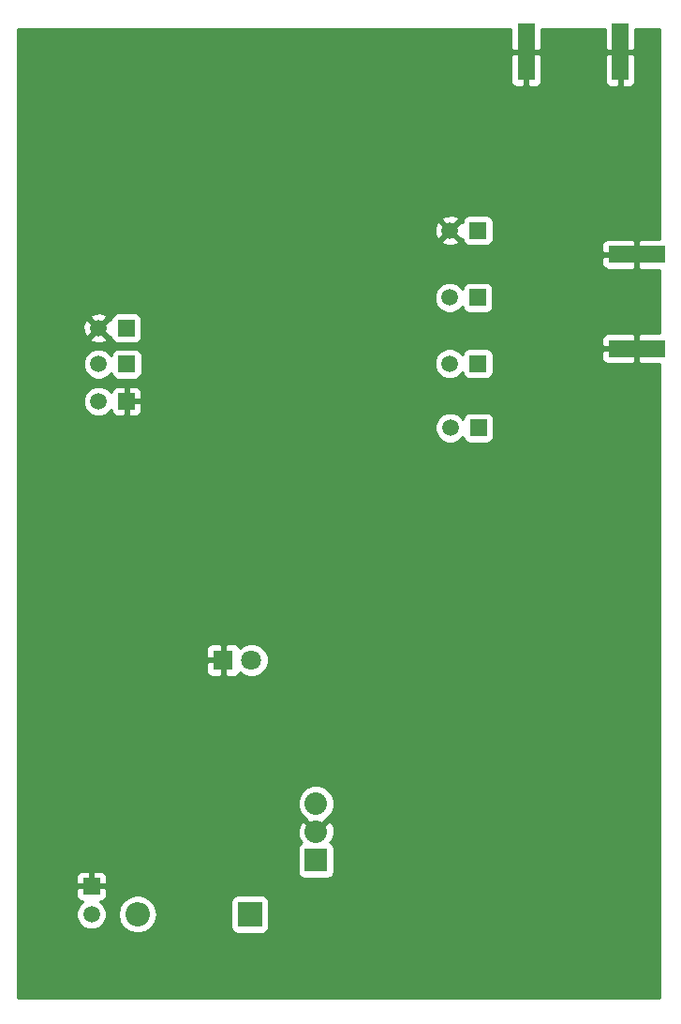
<source format=gbl>
G04 #@! TF.GenerationSoftware,KiCad,Pcbnew,(6.0.0-rc1-dev-305-gf0b8b21)*
G04 #@! TF.CreationDate,2018-11-29T17:33:20-08:00*
G04 #@! TF.ProjectId,EE173_Lab4,45453137335F4C6162342E6B69636164,rev?*
G04 #@! TF.SameCoordinates,Original*
G04 #@! TF.FileFunction,Copper,L2,Bot,Signal*
G04 #@! TF.FilePolarity,Positive*
%FSLAX46Y46*%
G04 Gerber Fmt 4.6, Leading zero omitted, Abs format (unit mm)*
G04 Created by KiCad (PCBNEW (6.0.0-rc1-dev-305-gf0b8b21)) date Thursday, November 29, 2018 at 05:33:20 PM*
%MOMM*%
%LPD*%
G01*
G04 APERTURE LIST*
G04 #@! TA.AperFunction,SMDPad,CuDef*
%ADD10R,1.500000X5.080000*%
G04 #@! TD*
G04 #@! TA.AperFunction,ComponentPad*
%ADD11O,2.200000X2.200000*%
G04 #@! TD*
G04 #@! TA.AperFunction,ComponentPad*
%ADD12R,2.200000X2.200000*%
G04 #@! TD*
G04 #@! TA.AperFunction,ComponentPad*
%ADD13C,1.800000*%
G04 #@! TD*
G04 #@! TA.AperFunction,ComponentPad*
%ADD14R,1.800000X1.800000*%
G04 #@! TD*
G04 #@! TA.AperFunction,ComponentPad*
%ADD15R,2.032000X2.032000*%
G04 #@! TD*
G04 #@! TA.AperFunction,ComponentPad*
%ADD16C,2.032000*%
G04 #@! TD*
G04 #@! TA.AperFunction,ComponentPad*
%ADD17C,1.500000*%
G04 #@! TD*
G04 #@! TA.AperFunction,ComponentPad*
%ADD18R,1.500000X1.500000*%
G04 #@! TD*
G04 #@! TA.AperFunction,SMDPad,CuDef*
%ADD19R,5.080000X1.500000*%
G04 #@! TD*
G04 #@! TA.AperFunction,ViaPad*
%ADD20C,0.889000*%
G04 #@! TD*
G04 #@! TA.AperFunction,Conductor*
%ADD21C,0.254000*%
G04 #@! TD*
G04 APERTURE END LIST*
D10*
G04 #@! TO.P,J4,2*
G04 #@! TO.N,GND*
X252068307Y-35330910D03*
X260568307Y-35330910D03*
G04 #@! TD*
D11*
G04 #@! TO.P,D1,2*
G04 #@! TO.N,Net-(D1-Pad2)*
X216933397Y-113187217D03*
D12*
G04 #@! TO.P,D1,1*
G04 #@! TO.N,Net-(C2-Pad2)*
X227093397Y-113187217D03*
G04 #@! TD*
D13*
G04 #@! TO.P,D2,2*
G04 #@! TO.N,Net-(D2-Pad2)*
X227245391Y-90241213D03*
D14*
G04 #@! TO.P,D2,1*
G04 #@! TO.N,GND*
X224705391Y-90241213D03*
G04 #@! TD*
D15*
G04 #@! TO.P,U2,1*
G04 #@! TO.N,Net-(C2-Pad2)*
X233087391Y-108295213D03*
D16*
G04 #@! TO.P,U2,2*
G04 #@! TO.N,GND*
X233087391Y-105745213D03*
G04 #@! TO.P,U2,3*
G04 #@! TO.N,+6V*
X233087391Y-103195213D03*
G04 #@! TD*
D17*
G04 #@! TO.P,JP3,1*
G04 #@! TO.N,GND*
X245178307Y-51450910D03*
D18*
G04 #@! TO.P,JP3,2*
G04 #@! TO.N,Net-(J3-Pad1)*
X247718307Y-51450910D03*
G04 #@! TD*
D17*
G04 #@! TO.P,JP6,1*
G04 #@! TO.N,Net-(JP4-Pad1)*
X245158307Y-57510910D03*
D18*
G04 #@! TO.P,JP6,2*
G04 #@! TO.N,Net-(J3-Pad1)*
X247698307Y-57510910D03*
G04 #@! TD*
D17*
G04 #@! TO.P,JP4,1*
G04 #@! TO.N,Net-(JP4-Pad1)*
X245168307Y-63470910D03*
D18*
G04 #@! TO.P,JP4,2*
G04 #@! TO.N,Net-(JP4-Pad2)*
X247708307Y-63470910D03*
G04 #@! TD*
D17*
G04 #@! TO.P,JP5,1*
G04 #@! TO.N,Net-(JP4-Pad1)*
X245218307Y-69270910D03*
D18*
G04 #@! TO.P,JP5,2*
G04 #@! TO.N,Net-(JP5-Pad2)*
X247758307Y-69270910D03*
G04 #@! TD*
G04 #@! TO.P,J2,2*
G04 #@! TO.N,GND*
X212778307Y-110650910D03*
D17*
G04 #@! TO.P,J2,1*
G04 #@! TO.N,Net-(D1-Pad2)*
X212778307Y-113190910D03*
G04 #@! TD*
D18*
G04 #@! TO.P,J1,2*
G04 #@! TO.N,GND*
X215958307Y-66880910D03*
D17*
G04 #@! TO.P,J1,1*
G04 #@! TO.N,Net-(J1-Pad1)*
X213418307Y-66880910D03*
G04 #@! TD*
D18*
G04 #@! TO.P,JP1,2*
G04 #@! TO.N,Net-(C1-Pad2)*
X215958307Y-63510910D03*
D17*
G04 #@! TO.P,JP1,1*
G04 #@! TO.N,Net-(J1-Pad1)*
X213418307Y-63510910D03*
G04 #@! TD*
D18*
G04 #@! TO.P,JP2,2*
G04 #@! TO.N,Net-(C1-Pad2)*
X215948307Y-60270910D03*
D17*
G04 #@! TO.P,JP2,1*
G04 #@! TO.N,GND*
X213408307Y-60270910D03*
G04 #@! TD*
D19*
G04 #@! TO.P,J3,2*
G04 #@! TO.N,GND*
X262078307Y-62110910D03*
X262078307Y-53610910D03*
G04 #@! TD*
D20*
G04 #@! TO.N,GND*
X219968307Y-104080910D03*
X223778307Y-74930910D03*
X236078307Y-46820910D03*
X218948307Y-52850910D03*
X243148307Y-77310910D03*
X261578307Y-43000910D03*
G04 #@! TD*
D21*
G04 #@! TO.N,GND*
G36*
X250683307Y-35045160D02*
X250842057Y-35203910D01*
X251941307Y-35203910D01*
X251941307Y-35183910D01*
X252195307Y-35183910D01*
X252195307Y-35203910D01*
X253294557Y-35203910D01*
X253453307Y-35045160D01*
X253453307Y-33290910D01*
X259183307Y-33290910D01*
X259183307Y-35045160D01*
X259342057Y-35203910D01*
X260441307Y-35203910D01*
X260441307Y-35183910D01*
X260695307Y-35183910D01*
X260695307Y-35203910D01*
X261794557Y-35203910D01*
X261953307Y-35045160D01*
X261953307Y-33290910D01*
X264128308Y-33290910D01*
X264128308Y-52225910D01*
X262364057Y-52225910D01*
X262205307Y-52384660D01*
X262205307Y-53483910D01*
X262225307Y-53483910D01*
X262225307Y-53737910D01*
X262205307Y-53737910D01*
X262205307Y-54837160D01*
X262364057Y-54995910D01*
X264128308Y-54995910D01*
X264128308Y-60725910D01*
X262364057Y-60725910D01*
X262205307Y-60884660D01*
X262205307Y-61983910D01*
X262225307Y-61983910D01*
X262225307Y-62237910D01*
X262205307Y-62237910D01*
X262205307Y-63337160D01*
X262364057Y-63495910D01*
X264128308Y-63495910D01*
X264128307Y-120770910D01*
X206112307Y-120770910D01*
X206112307Y-110936660D01*
X211393307Y-110936660D01*
X211393307Y-111527219D01*
X211489980Y-111760608D01*
X211668608Y-111939237D01*
X211901997Y-112035910D01*
X211974620Y-112035910D01*
X211604160Y-112406370D01*
X211393307Y-112915416D01*
X211393307Y-113466404D01*
X211604160Y-113975450D01*
X211993767Y-114365057D01*
X212502813Y-114575910D01*
X213053801Y-114575910D01*
X213562847Y-114365057D01*
X213952454Y-113975450D01*
X214163307Y-113466404D01*
X214163307Y-113187217D01*
X215164407Y-113187217D01*
X215299063Y-113864180D01*
X215682532Y-114438082D01*
X216256434Y-114821551D01*
X216762517Y-114922217D01*
X217104277Y-114922217D01*
X217610360Y-114821551D01*
X218184262Y-114438082D01*
X218567731Y-113864180D01*
X218702387Y-113187217D01*
X218567731Y-112510254D01*
X218285067Y-112087217D01*
X225345957Y-112087217D01*
X225345957Y-114287217D01*
X225395240Y-114534982D01*
X225535588Y-114745026D01*
X225745632Y-114885374D01*
X225993397Y-114934657D01*
X228193397Y-114934657D01*
X228441162Y-114885374D01*
X228651206Y-114745026D01*
X228791554Y-114534982D01*
X228840837Y-114287217D01*
X228840837Y-112087217D01*
X228791554Y-111839452D01*
X228651206Y-111629408D01*
X228441162Y-111489060D01*
X228193397Y-111439777D01*
X225993397Y-111439777D01*
X225745632Y-111489060D01*
X225535588Y-111629408D01*
X225395240Y-111839452D01*
X225345957Y-112087217D01*
X218285067Y-112087217D01*
X218184262Y-111936352D01*
X217610360Y-111552883D01*
X217104277Y-111452217D01*
X216762517Y-111452217D01*
X216256434Y-111552883D01*
X215682532Y-111936352D01*
X215299063Y-112510254D01*
X215164407Y-113187217D01*
X214163307Y-113187217D01*
X214163307Y-112915416D01*
X213952454Y-112406370D01*
X213581994Y-112035910D01*
X213654617Y-112035910D01*
X213888006Y-111939237D01*
X214066634Y-111760608D01*
X214163307Y-111527219D01*
X214163307Y-110936660D01*
X214004557Y-110777910D01*
X212905307Y-110777910D01*
X212905307Y-110797910D01*
X212651307Y-110797910D01*
X212651307Y-110777910D01*
X211552057Y-110777910D01*
X211393307Y-110936660D01*
X206112307Y-110936660D01*
X206112307Y-109774601D01*
X211393307Y-109774601D01*
X211393307Y-110365160D01*
X211552057Y-110523910D01*
X212651307Y-110523910D01*
X212651307Y-109424660D01*
X212905307Y-109424660D01*
X212905307Y-110523910D01*
X214004557Y-110523910D01*
X214163307Y-110365160D01*
X214163307Y-109774601D01*
X214066634Y-109541212D01*
X213888006Y-109362583D01*
X213654617Y-109265910D01*
X213064057Y-109265910D01*
X212905307Y-109424660D01*
X212651307Y-109424660D01*
X212492557Y-109265910D01*
X211901997Y-109265910D01*
X211668608Y-109362583D01*
X211489980Y-109541212D01*
X211393307Y-109774601D01*
X206112307Y-109774601D01*
X206112307Y-107279213D01*
X231423951Y-107279213D01*
X231423951Y-109311213D01*
X231473234Y-109558978D01*
X231613582Y-109769022D01*
X231823626Y-109909370D01*
X232071391Y-109958653D01*
X234103391Y-109958653D01*
X234351156Y-109909370D01*
X234561200Y-109769022D01*
X234701548Y-109558978D01*
X234750831Y-109311213D01*
X234750831Y-107279213D01*
X234701548Y-107031448D01*
X234561200Y-106821404D01*
X234362004Y-106688304D01*
X234520013Y-106629093D01*
X234749207Y-106013571D01*
X234725405Y-105357194D01*
X234520013Y-104861333D01*
X234251498Y-104760711D01*
X233266996Y-105745213D01*
X233281139Y-105759356D01*
X233101534Y-105938961D01*
X233087391Y-105924818D01*
X233073249Y-105938961D01*
X232893644Y-105759356D01*
X232907786Y-105745213D01*
X231923284Y-104760711D01*
X231654769Y-104861333D01*
X231425575Y-105476855D01*
X231449377Y-106133232D01*
X231654769Y-106629093D01*
X231812778Y-106688304D01*
X231613582Y-106821404D01*
X231473234Y-107031448D01*
X231423951Y-107279213D01*
X206112307Y-107279213D01*
X206112307Y-102866809D01*
X231436391Y-102866809D01*
X231436391Y-103523617D01*
X231687741Y-104130429D01*
X232112574Y-104555262D01*
X232102889Y-104581106D01*
X233087391Y-105565608D01*
X234071893Y-104581106D01*
X234062208Y-104555262D01*
X234487041Y-104130429D01*
X234738391Y-103523617D01*
X234738391Y-102866809D01*
X234487041Y-102259997D01*
X234022607Y-101795563D01*
X233415795Y-101544213D01*
X232758987Y-101544213D01*
X232152175Y-101795563D01*
X231687741Y-102259997D01*
X231436391Y-102866809D01*
X206112307Y-102866809D01*
X206112307Y-90526963D01*
X223170391Y-90526963D01*
X223170391Y-91267523D01*
X223267064Y-91500912D01*
X223445693Y-91679540D01*
X223679082Y-91776213D01*
X224419641Y-91776213D01*
X224578391Y-91617463D01*
X224578391Y-90368213D01*
X223329141Y-90368213D01*
X223170391Y-90526963D01*
X206112307Y-90526963D01*
X206112307Y-89214903D01*
X223170391Y-89214903D01*
X223170391Y-89955463D01*
X223329141Y-90114213D01*
X224578391Y-90114213D01*
X224578391Y-88864963D01*
X224832391Y-88864963D01*
X224832391Y-90114213D01*
X224852391Y-90114213D01*
X224852391Y-90368213D01*
X224832391Y-90368213D01*
X224832391Y-91617463D01*
X224991141Y-91776213D01*
X225731700Y-91776213D01*
X225965089Y-91679540D01*
X226143718Y-91500912D01*
X226199530Y-91366169D01*
X226375884Y-91542523D01*
X226940061Y-91776213D01*
X227550721Y-91776213D01*
X228114898Y-91542523D01*
X228546701Y-91110720D01*
X228780391Y-90546543D01*
X228780391Y-89935883D01*
X228546701Y-89371706D01*
X228114898Y-88939903D01*
X227550721Y-88706213D01*
X226940061Y-88706213D01*
X226375884Y-88939903D01*
X226199530Y-89116257D01*
X226143718Y-88981514D01*
X225965089Y-88802886D01*
X225731700Y-88706213D01*
X224991141Y-88706213D01*
X224832391Y-88864963D01*
X224578391Y-88864963D01*
X224419641Y-88706213D01*
X223679082Y-88706213D01*
X223445693Y-88802886D01*
X223267064Y-88981514D01*
X223170391Y-89214903D01*
X206112307Y-89214903D01*
X206112307Y-68995416D01*
X243833307Y-68995416D01*
X243833307Y-69546404D01*
X244044160Y-70055450D01*
X244433767Y-70445057D01*
X244942813Y-70655910D01*
X245493801Y-70655910D01*
X246002847Y-70445057D01*
X246371838Y-70076066D01*
X246410150Y-70268675D01*
X246550498Y-70478719D01*
X246760542Y-70619067D01*
X247008307Y-70668350D01*
X248508307Y-70668350D01*
X248756072Y-70619067D01*
X248966116Y-70478719D01*
X249106464Y-70268675D01*
X249155747Y-70020910D01*
X249155747Y-68520910D01*
X249106464Y-68273145D01*
X248966116Y-68063101D01*
X248756072Y-67922753D01*
X248508307Y-67873470D01*
X247008307Y-67873470D01*
X246760542Y-67922753D01*
X246550498Y-68063101D01*
X246410150Y-68273145D01*
X246371838Y-68465754D01*
X246002847Y-68096763D01*
X245493801Y-67885910D01*
X244942813Y-67885910D01*
X244433767Y-68096763D01*
X244044160Y-68486370D01*
X243833307Y-68995416D01*
X206112307Y-68995416D01*
X206112307Y-66605416D01*
X212033307Y-66605416D01*
X212033307Y-67156404D01*
X212244160Y-67665450D01*
X212633767Y-68055057D01*
X213142813Y-68265910D01*
X213693801Y-68265910D01*
X214202847Y-68055057D01*
X214573307Y-67684597D01*
X214573307Y-67757220D01*
X214669980Y-67990609D01*
X214848609Y-68169237D01*
X215081998Y-68265910D01*
X215672557Y-68265910D01*
X215831307Y-68107160D01*
X215831307Y-67007910D01*
X216085307Y-67007910D01*
X216085307Y-68107160D01*
X216244057Y-68265910D01*
X216834616Y-68265910D01*
X217068005Y-68169237D01*
X217246634Y-67990609D01*
X217343307Y-67757220D01*
X217343307Y-67166660D01*
X217184557Y-67007910D01*
X216085307Y-67007910D01*
X215831307Y-67007910D01*
X215811307Y-67007910D01*
X215811307Y-66753910D01*
X215831307Y-66753910D01*
X215831307Y-65654660D01*
X216085307Y-65654660D01*
X216085307Y-66753910D01*
X217184557Y-66753910D01*
X217343307Y-66595160D01*
X217343307Y-66004600D01*
X217246634Y-65771211D01*
X217068005Y-65592583D01*
X216834616Y-65495910D01*
X216244057Y-65495910D01*
X216085307Y-65654660D01*
X215831307Y-65654660D01*
X215672557Y-65495910D01*
X215081998Y-65495910D01*
X214848609Y-65592583D01*
X214669980Y-65771211D01*
X214573307Y-66004600D01*
X214573307Y-66077223D01*
X214202847Y-65706763D01*
X213693801Y-65495910D01*
X213142813Y-65495910D01*
X212633767Y-65706763D01*
X212244160Y-66096370D01*
X212033307Y-66605416D01*
X206112307Y-66605416D01*
X206112307Y-63235416D01*
X212033307Y-63235416D01*
X212033307Y-63786404D01*
X212244160Y-64295450D01*
X212633767Y-64685057D01*
X213142813Y-64895910D01*
X213693801Y-64895910D01*
X214202847Y-64685057D01*
X214571838Y-64316066D01*
X214610150Y-64508675D01*
X214750498Y-64718719D01*
X214960542Y-64859067D01*
X215208307Y-64908350D01*
X216708307Y-64908350D01*
X216956072Y-64859067D01*
X217166116Y-64718719D01*
X217306464Y-64508675D01*
X217355747Y-64260910D01*
X217355747Y-63195416D01*
X243783307Y-63195416D01*
X243783307Y-63746404D01*
X243994160Y-64255450D01*
X244383767Y-64645057D01*
X244892813Y-64855910D01*
X245443801Y-64855910D01*
X245952847Y-64645057D01*
X246321838Y-64276066D01*
X246360150Y-64468675D01*
X246500498Y-64678719D01*
X246710542Y-64819067D01*
X246958307Y-64868350D01*
X248458307Y-64868350D01*
X248706072Y-64819067D01*
X248916116Y-64678719D01*
X249056464Y-64468675D01*
X249105747Y-64220910D01*
X249105747Y-62720910D01*
X249056464Y-62473145D01*
X249005358Y-62396660D01*
X258903307Y-62396660D01*
X258903307Y-62987219D01*
X258999980Y-63220608D01*
X259178608Y-63399237D01*
X259411997Y-63495910D01*
X261792557Y-63495910D01*
X261951307Y-63337160D01*
X261951307Y-62237910D01*
X259062057Y-62237910D01*
X258903307Y-62396660D01*
X249005358Y-62396660D01*
X248916116Y-62263101D01*
X248706072Y-62122753D01*
X248458307Y-62073470D01*
X246958307Y-62073470D01*
X246710542Y-62122753D01*
X246500498Y-62263101D01*
X246360150Y-62473145D01*
X246321838Y-62665754D01*
X245952847Y-62296763D01*
X245443801Y-62085910D01*
X244892813Y-62085910D01*
X244383767Y-62296763D01*
X243994160Y-62686370D01*
X243783307Y-63195416D01*
X217355747Y-63195416D01*
X217355747Y-62760910D01*
X217306464Y-62513145D01*
X217166116Y-62303101D01*
X216956072Y-62162753D01*
X216708307Y-62113470D01*
X215208307Y-62113470D01*
X214960542Y-62162753D01*
X214750498Y-62303101D01*
X214610150Y-62513145D01*
X214571838Y-62705754D01*
X214202847Y-62336763D01*
X213693801Y-62125910D01*
X213142813Y-62125910D01*
X212633767Y-62336763D01*
X212244160Y-62726370D01*
X212033307Y-63235416D01*
X206112307Y-63235416D01*
X206112307Y-61242427D01*
X212616395Y-61242427D01*
X212684384Y-61483370D01*
X213203478Y-61668111D01*
X213753755Y-61640140D01*
X214132230Y-61483370D01*
X214200219Y-61242427D01*
X213408307Y-60450515D01*
X212616395Y-61242427D01*
X206112307Y-61242427D01*
X206112307Y-60066081D01*
X212011106Y-60066081D01*
X212039077Y-60616358D01*
X212195847Y-60994833D01*
X212436790Y-61062822D01*
X213228702Y-60270910D01*
X213587912Y-60270910D01*
X214379824Y-61062822D01*
X214550867Y-61014557D01*
X214550867Y-61020910D01*
X214600150Y-61268675D01*
X214740498Y-61478719D01*
X214950542Y-61619067D01*
X215198307Y-61668350D01*
X216698307Y-61668350D01*
X216946072Y-61619067D01*
X217156116Y-61478719D01*
X217296464Y-61268675D01*
X217303241Y-61234601D01*
X258903307Y-61234601D01*
X258903307Y-61825160D01*
X259062057Y-61983910D01*
X261951307Y-61983910D01*
X261951307Y-60884660D01*
X261792557Y-60725910D01*
X259411997Y-60725910D01*
X259178608Y-60822583D01*
X258999980Y-61001212D01*
X258903307Y-61234601D01*
X217303241Y-61234601D01*
X217345747Y-61020910D01*
X217345747Y-59520910D01*
X217296464Y-59273145D01*
X217156116Y-59063101D01*
X216946072Y-58922753D01*
X216698307Y-58873470D01*
X215198307Y-58873470D01*
X214950542Y-58922753D01*
X214740498Y-59063101D01*
X214600150Y-59273145D01*
X214550867Y-59520910D01*
X214550867Y-59527263D01*
X214379824Y-59478998D01*
X213587912Y-60270910D01*
X213228702Y-60270910D01*
X212436790Y-59478998D01*
X212195847Y-59546987D01*
X212011106Y-60066081D01*
X206112307Y-60066081D01*
X206112307Y-59299393D01*
X212616395Y-59299393D01*
X213408307Y-60091305D01*
X214200219Y-59299393D01*
X214132230Y-59058450D01*
X213613136Y-58873709D01*
X213062859Y-58901680D01*
X212684384Y-59058450D01*
X212616395Y-59299393D01*
X206112307Y-59299393D01*
X206112307Y-57235416D01*
X243773307Y-57235416D01*
X243773307Y-57786404D01*
X243984160Y-58295450D01*
X244373767Y-58685057D01*
X244882813Y-58895910D01*
X245433801Y-58895910D01*
X245942847Y-58685057D01*
X246311838Y-58316066D01*
X246350150Y-58508675D01*
X246490498Y-58718719D01*
X246700542Y-58859067D01*
X246948307Y-58908350D01*
X248448307Y-58908350D01*
X248696072Y-58859067D01*
X248906116Y-58718719D01*
X249046464Y-58508675D01*
X249095747Y-58260910D01*
X249095747Y-56760910D01*
X249046464Y-56513145D01*
X248906116Y-56303101D01*
X248696072Y-56162753D01*
X248448307Y-56113470D01*
X246948307Y-56113470D01*
X246700542Y-56162753D01*
X246490498Y-56303101D01*
X246350150Y-56513145D01*
X246311838Y-56705754D01*
X245942847Y-56336763D01*
X245433801Y-56125910D01*
X244882813Y-56125910D01*
X244373767Y-56336763D01*
X243984160Y-56726370D01*
X243773307Y-57235416D01*
X206112307Y-57235416D01*
X206112307Y-53896660D01*
X258903307Y-53896660D01*
X258903307Y-54487219D01*
X258999980Y-54720608D01*
X259178608Y-54899237D01*
X259411997Y-54995910D01*
X261792557Y-54995910D01*
X261951307Y-54837160D01*
X261951307Y-53737910D01*
X259062057Y-53737910D01*
X258903307Y-53896660D01*
X206112307Y-53896660D01*
X206112307Y-52422427D01*
X244386395Y-52422427D01*
X244454384Y-52663370D01*
X244973478Y-52848111D01*
X245523755Y-52820140D01*
X245902230Y-52663370D01*
X245970219Y-52422427D01*
X245178307Y-51630515D01*
X244386395Y-52422427D01*
X206112307Y-52422427D01*
X206112307Y-51246081D01*
X243781106Y-51246081D01*
X243809077Y-51796358D01*
X243965847Y-52174833D01*
X244206790Y-52242822D01*
X244998702Y-51450910D01*
X245357912Y-51450910D01*
X246149824Y-52242822D01*
X246320867Y-52194557D01*
X246320867Y-52200910D01*
X246370150Y-52448675D01*
X246510498Y-52658719D01*
X246720542Y-52799067D01*
X246968307Y-52848350D01*
X248468307Y-52848350D01*
X248716072Y-52799067D01*
X248812551Y-52734601D01*
X258903307Y-52734601D01*
X258903307Y-53325160D01*
X259062057Y-53483910D01*
X261951307Y-53483910D01*
X261951307Y-52384660D01*
X261792557Y-52225910D01*
X259411997Y-52225910D01*
X259178608Y-52322583D01*
X258999980Y-52501212D01*
X258903307Y-52734601D01*
X248812551Y-52734601D01*
X248926116Y-52658719D01*
X249066464Y-52448675D01*
X249115747Y-52200910D01*
X249115747Y-50700910D01*
X249066464Y-50453145D01*
X248926116Y-50243101D01*
X248716072Y-50102753D01*
X248468307Y-50053470D01*
X246968307Y-50053470D01*
X246720542Y-50102753D01*
X246510498Y-50243101D01*
X246370150Y-50453145D01*
X246320867Y-50700910D01*
X246320867Y-50707263D01*
X246149824Y-50658998D01*
X245357912Y-51450910D01*
X244998702Y-51450910D01*
X244206790Y-50658998D01*
X243965847Y-50726987D01*
X243781106Y-51246081D01*
X206112307Y-51246081D01*
X206112307Y-50479393D01*
X244386395Y-50479393D01*
X245178307Y-51271305D01*
X245970219Y-50479393D01*
X245902230Y-50238450D01*
X245383136Y-50053709D01*
X244832859Y-50081680D01*
X244454384Y-50238450D01*
X244386395Y-50479393D01*
X206112307Y-50479393D01*
X206112307Y-35616660D01*
X250683307Y-35616660D01*
X250683307Y-37997220D01*
X250779980Y-38230609D01*
X250958609Y-38409237D01*
X251191998Y-38505910D01*
X251782557Y-38505910D01*
X251941307Y-38347160D01*
X251941307Y-35457910D01*
X252195307Y-35457910D01*
X252195307Y-38347160D01*
X252354057Y-38505910D01*
X252944616Y-38505910D01*
X253178005Y-38409237D01*
X253356634Y-38230609D01*
X253453307Y-37997220D01*
X253453307Y-35616660D01*
X259183307Y-35616660D01*
X259183307Y-37997220D01*
X259279980Y-38230609D01*
X259458609Y-38409237D01*
X259691998Y-38505910D01*
X260282557Y-38505910D01*
X260441307Y-38347160D01*
X260441307Y-35457910D01*
X260695307Y-35457910D01*
X260695307Y-38347160D01*
X260854057Y-38505910D01*
X261444616Y-38505910D01*
X261678005Y-38409237D01*
X261856634Y-38230609D01*
X261953307Y-37997220D01*
X261953307Y-35616660D01*
X261794557Y-35457910D01*
X260695307Y-35457910D01*
X260441307Y-35457910D01*
X259342057Y-35457910D01*
X259183307Y-35616660D01*
X253453307Y-35616660D01*
X253294557Y-35457910D01*
X252195307Y-35457910D01*
X251941307Y-35457910D01*
X250842057Y-35457910D01*
X250683307Y-35616660D01*
X206112307Y-35616660D01*
X206112307Y-33290910D01*
X250683307Y-33290910D01*
X250683307Y-35045160D01*
X250683307Y-35045160D01*
G37*
X250683307Y-35045160D02*
X250842057Y-35203910D01*
X251941307Y-35203910D01*
X251941307Y-35183910D01*
X252195307Y-35183910D01*
X252195307Y-35203910D01*
X253294557Y-35203910D01*
X253453307Y-35045160D01*
X253453307Y-33290910D01*
X259183307Y-33290910D01*
X259183307Y-35045160D01*
X259342057Y-35203910D01*
X260441307Y-35203910D01*
X260441307Y-35183910D01*
X260695307Y-35183910D01*
X260695307Y-35203910D01*
X261794557Y-35203910D01*
X261953307Y-35045160D01*
X261953307Y-33290910D01*
X264128308Y-33290910D01*
X264128308Y-52225910D01*
X262364057Y-52225910D01*
X262205307Y-52384660D01*
X262205307Y-53483910D01*
X262225307Y-53483910D01*
X262225307Y-53737910D01*
X262205307Y-53737910D01*
X262205307Y-54837160D01*
X262364057Y-54995910D01*
X264128308Y-54995910D01*
X264128308Y-60725910D01*
X262364057Y-60725910D01*
X262205307Y-60884660D01*
X262205307Y-61983910D01*
X262225307Y-61983910D01*
X262225307Y-62237910D01*
X262205307Y-62237910D01*
X262205307Y-63337160D01*
X262364057Y-63495910D01*
X264128308Y-63495910D01*
X264128307Y-120770910D01*
X206112307Y-120770910D01*
X206112307Y-110936660D01*
X211393307Y-110936660D01*
X211393307Y-111527219D01*
X211489980Y-111760608D01*
X211668608Y-111939237D01*
X211901997Y-112035910D01*
X211974620Y-112035910D01*
X211604160Y-112406370D01*
X211393307Y-112915416D01*
X211393307Y-113466404D01*
X211604160Y-113975450D01*
X211993767Y-114365057D01*
X212502813Y-114575910D01*
X213053801Y-114575910D01*
X213562847Y-114365057D01*
X213952454Y-113975450D01*
X214163307Y-113466404D01*
X214163307Y-113187217D01*
X215164407Y-113187217D01*
X215299063Y-113864180D01*
X215682532Y-114438082D01*
X216256434Y-114821551D01*
X216762517Y-114922217D01*
X217104277Y-114922217D01*
X217610360Y-114821551D01*
X218184262Y-114438082D01*
X218567731Y-113864180D01*
X218702387Y-113187217D01*
X218567731Y-112510254D01*
X218285067Y-112087217D01*
X225345957Y-112087217D01*
X225345957Y-114287217D01*
X225395240Y-114534982D01*
X225535588Y-114745026D01*
X225745632Y-114885374D01*
X225993397Y-114934657D01*
X228193397Y-114934657D01*
X228441162Y-114885374D01*
X228651206Y-114745026D01*
X228791554Y-114534982D01*
X228840837Y-114287217D01*
X228840837Y-112087217D01*
X228791554Y-111839452D01*
X228651206Y-111629408D01*
X228441162Y-111489060D01*
X228193397Y-111439777D01*
X225993397Y-111439777D01*
X225745632Y-111489060D01*
X225535588Y-111629408D01*
X225395240Y-111839452D01*
X225345957Y-112087217D01*
X218285067Y-112087217D01*
X218184262Y-111936352D01*
X217610360Y-111552883D01*
X217104277Y-111452217D01*
X216762517Y-111452217D01*
X216256434Y-111552883D01*
X215682532Y-111936352D01*
X215299063Y-112510254D01*
X215164407Y-113187217D01*
X214163307Y-113187217D01*
X214163307Y-112915416D01*
X213952454Y-112406370D01*
X213581994Y-112035910D01*
X213654617Y-112035910D01*
X213888006Y-111939237D01*
X214066634Y-111760608D01*
X214163307Y-111527219D01*
X214163307Y-110936660D01*
X214004557Y-110777910D01*
X212905307Y-110777910D01*
X212905307Y-110797910D01*
X212651307Y-110797910D01*
X212651307Y-110777910D01*
X211552057Y-110777910D01*
X211393307Y-110936660D01*
X206112307Y-110936660D01*
X206112307Y-109774601D01*
X211393307Y-109774601D01*
X211393307Y-110365160D01*
X211552057Y-110523910D01*
X212651307Y-110523910D01*
X212651307Y-109424660D01*
X212905307Y-109424660D01*
X212905307Y-110523910D01*
X214004557Y-110523910D01*
X214163307Y-110365160D01*
X214163307Y-109774601D01*
X214066634Y-109541212D01*
X213888006Y-109362583D01*
X213654617Y-109265910D01*
X213064057Y-109265910D01*
X212905307Y-109424660D01*
X212651307Y-109424660D01*
X212492557Y-109265910D01*
X211901997Y-109265910D01*
X211668608Y-109362583D01*
X211489980Y-109541212D01*
X211393307Y-109774601D01*
X206112307Y-109774601D01*
X206112307Y-107279213D01*
X231423951Y-107279213D01*
X231423951Y-109311213D01*
X231473234Y-109558978D01*
X231613582Y-109769022D01*
X231823626Y-109909370D01*
X232071391Y-109958653D01*
X234103391Y-109958653D01*
X234351156Y-109909370D01*
X234561200Y-109769022D01*
X234701548Y-109558978D01*
X234750831Y-109311213D01*
X234750831Y-107279213D01*
X234701548Y-107031448D01*
X234561200Y-106821404D01*
X234362004Y-106688304D01*
X234520013Y-106629093D01*
X234749207Y-106013571D01*
X234725405Y-105357194D01*
X234520013Y-104861333D01*
X234251498Y-104760711D01*
X233266996Y-105745213D01*
X233281139Y-105759356D01*
X233101534Y-105938961D01*
X233087391Y-105924818D01*
X233073249Y-105938961D01*
X232893644Y-105759356D01*
X232907786Y-105745213D01*
X231923284Y-104760711D01*
X231654769Y-104861333D01*
X231425575Y-105476855D01*
X231449377Y-106133232D01*
X231654769Y-106629093D01*
X231812778Y-106688304D01*
X231613582Y-106821404D01*
X231473234Y-107031448D01*
X231423951Y-107279213D01*
X206112307Y-107279213D01*
X206112307Y-102866809D01*
X231436391Y-102866809D01*
X231436391Y-103523617D01*
X231687741Y-104130429D01*
X232112574Y-104555262D01*
X232102889Y-104581106D01*
X233087391Y-105565608D01*
X234071893Y-104581106D01*
X234062208Y-104555262D01*
X234487041Y-104130429D01*
X234738391Y-103523617D01*
X234738391Y-102866809D01*
X234487041Y-102259997D01*
X234022607Y-101795563D01*
X233415795Y-101544213D01*
X232758987Y-101544213D01*
X232152175Y-101795563D01*
X231687741Y-102259997D01*
X231436391Y-102866809D01*
X206112307Y-102866809D01*
X206112307Y-90526963D01*
X223170391Y-90526963D01*
X223170391Y-91267523D01*
X223267064Y-91500912D01*
X223445693Y-91679540D01*
X223679082Y-91776213D01*
X224419641Y-91776213D01*
X224578391Y-91617463D01*
X224578391Y-90368213D01*
X223329141Y-90368213D01*
X223170391Y-90526963D01*
X206112307Y-90526963D01*
X206112307Y-89214903D01*
X223170391Y-89214903D01*
X223170391Y-89955463D01*
X223329141Y-90114213D01*
X224578391Y-90114213D01*
X224578391Y-88864963D01*
X224832391Y-88864963D01*
X224832391Y-90114213D01*
X224852391Y-90114213D01*
X224852391Y-90368213D01*
X224832391Y-90368213D01*
X224832391Y-91617463D01*
X224991141Y-91776213D01*
X225731700Y-91776213D01*
X225965089Y-91679540D01*
X226143718Y-91500912D01*
X226199530Y-91366169D01*
X226375884Y-91542523D01*
X226940061Y-91776213D01*
X227550721Y-91776213D01*
X228114898Y-91542523D01*
X228546701Y-91110720D01*
X228780391Y-90546543D01*
X228780391Y-89935883D01*
X228546701Y-89371706D01*
X228114898Y-88939903D01*
X227550721Y-88706213D01*
X226940061Y-88706213D01*
X226375884Y-88939903D01*
X226199530Y-89116257D01*
X226143718Y-88981514D01*
X225965089Y-88802886D01*
X225731700Y-88706213D01*
X224991141Y-88706213D01*
X224832391Y-88864963D01*
X224578391Y-88864963D01*
X224419641Y-88706213D01*
X223679082Y-88706213D01*
X223445693Y-88802886D01*
X223267064Y-88981514D01*
X223170391Y-89214903D01*
X206112307Y-89214903D01*
X206112307Y-68995416D01*
X243833307Y-68995416D01*
X243833307Y-69546404D01*
X244044160Y-70055450D01*
X244433767Y-70445057D01*
X244942813Y-70655910D01*
X245493801Y-70655910D01*
X246002847Y-70445057D01*
X246371838Y-70076066D01*
X246410150Y-70268675D01*
X246550498Y-70478719D01*
X246760542Y-70619067D01*
X247008307Y-70668350D01*
X248508307Y-70668350D01*
X248756072Y-70619067D01*
X248966116Y-70478719D01*
X249106464Y-70268675D01*
X249155747Y-70020910D01*
X249155747Y-68520910D01*
X249106464Y-68273145D01*
X248966116Y-68063101D01*
X248756072Y-67922753D01*
X248508307Y-67873470D01*
X247008307Y-67873470D01*
X246760542Y-67922753D01*
X246550498Y-68063101D01*
X246410150Y-68273145D01*
X246371838Y-68465754D01*
X246002847Y-68096763D01*
X245493801Y-67885910D01*
X244942813Y-67885910D01*
X244433767Y-68096763D01*
X244044160Y-68486370D01*
X243833307Y-68995416D01*
X206112307Y-68995416D01*
X206112307Y-66605416D01*
X212033307Y-66605416D01*
X212033307Y-67156404D01*
X212244160Y-67665450D01*
X212633767Y-68055057D01*
X213142813Y-68265910D01*
X213693801Y-68265910D01*
X214202847Y-68055057D01*
X214573307Y-67684597D01*
X214573307Y-67757220D01*
X214669980Y-67990609D01*
X214848609Y-68169237D01*
X215081998Y-68265910D01*
X215672557Y-68265910D01*
X215831307Y-68107160D01*
X215831307Y-67007910D01*
X216085307Y-67007910D01*
X216085307Y-68107160D01*
X216244057Y-68265910D01*
X216834616Y-68265910D01*
X217068005Y-68169237D01*
X217246634Y-67990609D01*
X217343307Y-67757220D01*
X217343307Y-67166660D01*
X217184557Y-67007910D01*
X216085307Y-67007910D01*
X215831307Y-67007910D01*
X215811307Y-67007910D01*
X215811307Y-66753910D01*
X215831307Y-66753910D01*
X215831307Y-65654660D01*
X216085307Y-65654660D01*
X216085307Y-66753910D01*
X217184557Y-66753910D01*
X217343307Y-66595160D01*
X217343307Y-66004600D01*
X217246634Y-65771211D01*
X217068005Y-65592583D01*
X216834616Y-65495910D01*
X216244057Y-65495910D01*
X216085307Y-65654660D01*
X215831307Y-65654660D01*
X215672557Y-65495910D01*
X215081998Y-65495910D01*
X214848609Y-65592583D01*
X214669980Y-65771211D01*
X214573307Y-66004600D01*
X214573307Y-66077223D01*
X214202847Y-65706763D01*
X213693801Y-65495910D01*
X213142813Y-65495910D01*
X212633767Y-65706763D01*
X212244160Y-66096370D01*
X212033307Y-66605416D01*
X206112307Y-66605416D01*
X206112307Y-63235416D01*
X212033307Y-63235416D01*
X212033307Y-63786404D01*
X212244160Y-64295450D01*
X212633767Y-64685057D01*
X213142813Y-64895910D01*
X213693801Y-64895910D01*
X214202847Y-64685057D01*
X214571838Y-64316066D01*
X214610150Y-64508675D01*
X214750498Y-64718719D01*
X214960542Y-64859067D01*
X215208307Y-64908350D01*
X216708307Y-64908350D01*
X216956072Y-64859067D01*
X217166116Y-64718719D01*
X217306464Y-64508675D01*
X217355747Y-64260910D01*
X217355747Y-63195416D01*
X243783307Y-63195416D01*
X243783307Y-63746404D01*
X243994160Y-64255450D01*
X244383767Y-64645057D01*
X244892813Y-64855910D01*
X245443801Y-64855910D01*
X245952847Y-64645057D01*
X246321838Y-64276066D01*
X246360150Y-64468675D01*
X246500498Y-64678719D01*
X246710542Y-64819067D01*
X246958307Y-64868350D01*
X248458307Y-64868350D01*
X248706072Y-64819067D01*
X248916116Y-64678719D01*
X249056464Y-64468675D01*
X249105747Y-64220910D01*
X249105747Y-62720910D01*
X249056464Y-62473145D01*
X249005358Y-62396660D01*
X258903307Y-62396660D01*
X258903307Y-62987219D01*
X258999980Y-63220608D01*
X259178608Y-63399237D01*
X259411997Y-63495910D01*
X261792557Y-63495910D01*
X261951307Y-63337160D01*
X261951307Y-62237910D01*
X259062057Y-62237910D01*
X258903307Y-62396660D01*
X249005358Y-62396660D01*
X248916116Y-62263101D01*
X248706072Y-62122753D01*
X248458307Y-62073470D01*
X246958307Y-62073470D01*
X246710542Y-62122753D01*
X246500498Y-62263101D01*
X246360150Y-62473145D01*
X246321838Y-62665754D01*
X245952847Y-62296763D01*
X245443801Y-62085910D01*
X244892813Y-62085910D01*
X244383767Y-62296763D01*
X243994160Y-62686370D01*
X243783307Y-63195416D01*
X217355747Y-63195416D01*
X217355747Y-62760910D01*
X217306464Y-62513145D01*
X217166116Y-62303101D01*
X216956072Y-62162753D01*
X216708307Y-62113470D01*
X215208307Y-62113470D01*
X214960542Y-62162753D01*
X214750498Y-62303101D01*
X214610150Y-62513145D01*
X214571838Y-62705754D01*
X214202847Y-62336763D01*
X213693801Y-62125910D01*
X213142813Y-62125910D01*
X212633767Y-62336763D01*
X212244160Y-62726370D01*
X212033307Y-63235416D01*
X206112307Y-63235416D01*
X206112307Y-61242427D01*
X212616395Y-61242427D01*
X212684384Y-61483370D01*
X213203478Y-61668111D01*
X213753755Y-61640140D01*
X214132230Y-61483370D01*
X214200219Y-61242427D01*
X213408307Y-60450515D01*
X212616395Y-61242427D01*
X206112307Y-61242427D01*
X206112307Y-60066081D01*
X212011106Y-60066081D01*
X212039077Y-60616358D01*
X212195847Y-60994833D01*
X212436790Y-61062822D01*
X213228702Y-60270910D01*
X213587912Y-60270910D01*
X214379824Y-61062822D01*
X214550867Y-61014557D01*
X214550867Y-61020910D01*
X214600150Y-61268675D01*
X214740498Y-61478719D01*
X214950542Y-61619067D01*
X215198307Y-61668350D01*
X216698307Y-61668350D01*
X216946072Y-61619067D01*
X217156116Y-61478719D01*
X217296464Y-61268675D01*
X217303241Y-61234601D01*
X258903307Y-61234601D01*
X258903307Y-61825160D01*
X259062057Y-61983910D01*
X261951307Y-61983910D01*
X261951307Y-60884660D01*
X261792557Y-60725910D01*
X259411997Y-60725910D01*
X259178608Y-60822583D01*
X258999980Y-61001212D01*
X258903307Y-61234601D01*
X217303241Y-61234601D01*
X217345747Y-61020910D01*
X217345747Y-59520910D01*
X217296464Y-59273145D01*
X217156116Y-59063101D01*
X216946072Y-58922753D01*
X216698307Y-58873470D01*
X215198307Y-58873470D01*
X214950542Y-58922753D01*
X214740498Y-59063101D01*
X214600150Y-59273145D01*
X214550867Y-59520910D01*
X214550867Y-59527263D01*
X214379824Y-59478998D01*
X213587912Y-60270910D01*
X213228702Y-60270910D01*
X212436790Y-59478998D01*
X212195847Y-59546987D01*
X212011106Y-60066081D01*
X206112307Y-60066081D01*
X206112307Y-59299393D01*
X212616395Y-59299393D01*
X213408307Y-60091305D01*
X214200219Y-59299393D01*
X214132230Y-59058450D01*
X213613136Y-58873709D01*
X213062859Y-58901680D01*
X212684384Y-59058450D01*
X212616395Y-59299393D01*
X206112307Y-59299393D01*
X206112307Y-57235416D01*
X243773307Y-57235416D01*
X243773307Y-57786404D01*
X243984160Y-58295450D01*
X244373767Y-58685057D01*
X244882813Y-58895910D01*
X245433801Y-58895910D01*
X245942847Y-58685057D01*
X246311838Y-58316066D01*
X246350150Y-58508675D01*
X246490498Y-58718719D01*
X246700542Y-58859067D01*
X246948307Y-58908350D01*
X248448307Y-58908350D01*
X248696072Y-58859067D01*
X248906116Y-58718719D01*
X249046464Y-58508675D01*
X249095747Y-58260910D01*
X249095747Y-56760910D01*
X249046464Y-56513145D01*
X248906116Y-56303101D01*
X248696072Y-56162753D01*
X248448307Y-56113470D01*
X246948307Y-56113470D01*
X246700542Y-56162753D01*
X246490498Y-56303101D01*
X246350150Y-56513145D01*
X246311838Y-56705754D01*
X245942847Y-56336763D01*
X245433801Y-56125910D01*
X244882813Y-56125910D01*
X244373767Y-56336763D01*
X243984160Y-56726370D01*
X243773307Y-57235416D01*
X206112307Y-57235416D01*
X206112307Y-53896660D01*
X258903307Y-53896660D01*
X258903307Y-54487219D01*
X258999980Y-54720608D01*
X259178608Y-54899237D01*
X259411997Y-54995910D01*
X261792557Y-54995910D01*
X261951307Y-54837160D01*
X261951307Y-53737910D01*
X259062057Y-53737910D01*
X258903307Y-53896660D01*
X206112307Y-53896660D01*
X206112307Y-52422427D01*
X244386395Y-52422427D01*
X244454384Y-52663370D01*
X244973478Y-52848111D01*
X245523755Y-52820140D01*
X245902230Y-52663370D01*
X245970219Y-52422427D01*
X245178307Y-51630515D01*
X244386395Y-52422427D01*
X206112307Y-52422427D01*
X206112307Y-51246081D01*
X243781106Y-51246081D01*
X243809077Y-51796358D01*
X243965847Y-52174833D01*
X244206790Y-52242822D01*
X244998702Y-51450910D01*
X245357912Y-51450910D01*
X246149824Y-52242822D01*
X246320867Y-52194557D01*
X246320867Y-52200910D01*
X246370150Y-52448675D01*
X246510498Y-52658719D01*
X246720542Y-52799067D01*
X246968307Y-52848350D01*
X248468307Y-52848350D01*
X248716072Y-52799067D01*
X248812551Y-52734601D01*
X258903307Y-52734601D01*
X258903307Y-53325160D01*
X259062057Y-53483910D01*
X261951307Y-53483910D01*
X261951307Y-52384660D01*
X261792557Y-52225910D01*
X259411997Y-52225910D01*
X259178608Y-52322583D01*
X258999980Y-52501212D01*
X258903307Y-52734601D01*
X248812551Y-52734601D01*
X248926116Y-52658719D01*
X249066464Y-52448675D01*
X249115747Y-52200910D01*
X249115747Y-50700910D01*
X249066464Y-50453145D01*
X248926116Y-50243101D01*
X248716072Y-50102753D01*
X248468307Y-50053470D01*
X246968307Y-50053470D01*
X246720542Y-50102753D01*
X246510498Y-50243101D01*
X246370150Y-50453145D01*
X246320867Y-50700910D01*
X246320867Y-50707263D01*
X246149824Y-50658998D01*
X245357912Y-51450910D01*
X244998702Y-51450910D01*
X244206790Y-50658998D01*
X243965847Y-50726987D01*
X243781106Y-51246081D01*
X206112307Y-51246081D01*
X206112307Y-50479393D01*
X244386395Y-50479393D01*
X245178307Y-51271305D01*
X245970219Y-50479393D01*
X245902230Y-50238450D01*
X245383136Y-50053709D01*
X244832859Y-50081680D01*
X244454384Y-50238450D01*
X244386395Y-50479393D01*
X206112307Y-50479393D01*
X206112307Y-35616660D01*
X250683307Y-35616660D01*
X250683307Y-37997220D01*
X250779980Y-38230609D01*
X250958609Y-38409237D01*
X251191998Y-38505910D01*
X251782557Y-38505910D01*
X251941307Y-38347160D01*
X251941307Y-35457910D01*
X252195307Y-35457910D01*
X252195307Y-38347160D01*
X252354057Y-38505910D01*
X252944616Y-38505910D01*
X253178005Y-38409237D01*
X253356634Y-38230609D01*
X253453307Y-37997220D01*
X253453307Y-35616660D01*
X259183307Y-35616660D01*
X259183307Y-37997220D01*
X259279980Y-38230609D01*
X259458609Y-38409237D01*
X259691998Y-38505910D01*
X260282557Y-38505910D01*
X260441307Y-38347160D01*
X260441307Y-35457910D01*
X260695307Y-35457910D01*
X260695307Y-38347160D01*
X260854057Y-38505910D01*
X261444616Y-38505910D01*
X261678005Y-38409237D01*
X261856634Y-38230609D01*
X261953307Y-37997220D01*
X261953307Y-35616660D01*
X261794557Y-35457910D01*
X260695307Y-35457910D01*
X260441307Y-35457910D01*
X259342057Y-35457910D01*
X259183307Y-35616660D01*
X253453307Y-35616660D01*
X253294557Y-35457910D01*
X252195307Y-35457910D01*
X251941307Y-35457910D01*
X250842057Y-35457910D01*
X250683307Y-35616660D01*
X206112307Y-35616660D01*
X206112307Y-33290910D01*
X250683307Y-33290910D01*
X250683307Y-35045160D01*
G04 #@! TD*
M02*

</source>
